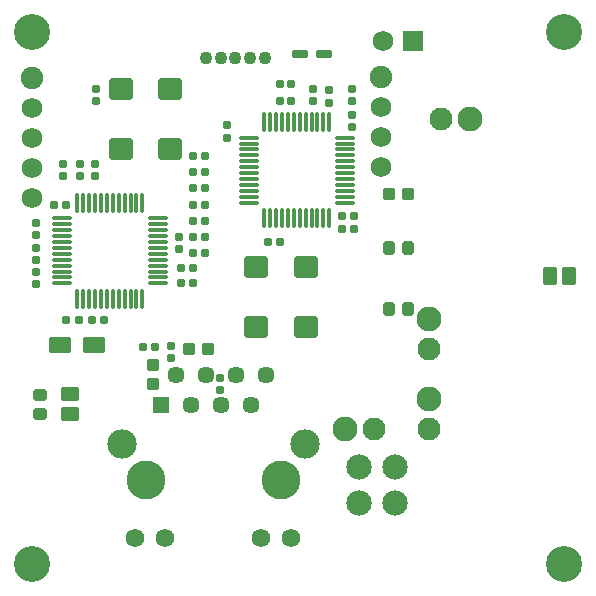
<source format=gbs>
G04*
G04 #@! TF.GenerationSoftware,Altium Limited,Altium Designer,22.7.1 (60)*
G04*
G04 Layer_Color=16711935*
%FSLAX43Y43*%
%MOMM*%
G71*
G04*
G04 #@! TF.SameCoordinates,954B6AC0-D961-4D12-9847-DB1D38B5DF19*
G04*
G04*
G04 #@! TF.FilePolarity,Negative*
G04*
G01*
G75*
G04:AMPARAMS|DCode=18|XSize=0.66mm|YSize=0.65mm|CornerRadius=0.1mm|HoleSize=0mm|Usage=FLASHONLY|Rotation=0.000|XOffset=0mm|YOffset=0mm|HoleType=Round|Shape=RoundedRectangle|*
%AMROUNDEDRECTD18*
21,1,0.660,0.450,0,0,0.0*
21,1,0.460,0.650,0,0,0.0*
1,1,0.200,0.230,-0.225*
1,1,0.200,-0.230,-0.225*
1,1,0.200,-0.230,0.225*
1,1,0.200,0.230,0.225*
%
%ADD18ROUNDEDRECTD18*%
G04:AMPARAMS|DCode=19|XSize=0.64mm|YSize=0.65mm|CornerRadius=0.099mm|HoleSize=0mm|Usage=FLASHONLY|Rotation=90.000|XOffset=0mm|YOffset=0mm|HoleType=Round|Shape=RoundedRectangle|*
%AMROUNDEDRECTD19*
21,1,0.640,0.453,0,0,90.0*
21,1,0.443,0.650,0,0,90.0*
1,1,0.198,0.226,0.221*
1,1,0.198,0.226,-0.221*
1,1,0.198,-0.226,-0.221*
1,1,0.198,-0.226,0.221*
%
%ADD19ROUNDEDRECTD19*%
G04:AMPARAMS|DCode=20|XSize=0.66mm|YSize=0.65mm|CornerRadius=0.1mm|HoleSize=0mm|Usage=FLASHONLY|Rotation=90.000|XOffset=0mm|YOffset=0mm|HoleType=Round|Shape=RoundedRectangle|*
%AMROUNDEDRECTD20*
21,1,0.660,0.450,0,0,90.0*
21,1,0.460,0.650,0,0,90.0*
1,1,0.200,0.225,0.230*
1,1,0.200,0.225,-0.230*
1,1,0.200,-0.225,-0.230*
1,1,0.200,-0.225,0.230*
%
%ADD20ROUNDEDRECTD20*%
G04:AMPARAMS|DCode=21|XSize=0.99mm|YSize=1.08mm|CornerRadius=0.142mm|HoleSize=0mm|Usage=FLASHONLY|Rotation=180.000|XOffset=0mm|YOffset=0mm|HoleType=Round|Shape=RoundedRectangle|*
%AMROUNDEDRECTD21*
21,1,0.990,0.795,0,0,180.0*
21,1,0.705,1.080,0,0,180.0*
1,1,0.285,-0.353,0.398*
1,1,0.285,0.353,0.398*
1,1,0.285,0.353,-0.398*
1,1,0.285,-0.353,-0.398*
%
%ADD21ROUNDEDRECTD21*%
G04:AMPARAMS|DCode=23|XSize=0.64mm|YSize=0.65mm|CornerRadius=0.099mm|HoleSize=0mm|Usage=FLASHONLY|Rotation=180.000|XOffset=0mm|YOffset=0mm|HoleType=Round|Shape=RoundedRectangle|*
%AMROUNDEDRECTD23*
21,1,0.640,0.453,0,0,180.0*
21,1,0.443,0.650,0,0,180.0*
1,1,0.198,-0.221,0.226*
1,1,0.198,0.221,0.226*
1,1,0.198,0.221,-0.226*
1,1,0.198,-0.221,-0.226*
%
%ADD23ROUNDEDRECTD23*%
G04:AMPARAMS|DCode=24|XSize=1.41mm|YSize=1.86mm|CornerRadius=0.195mm|HoleSize=0mm|Usage=FLASHONLY|Rotation=90.000|XOffset=0mm|YOffset=0mm|HoleType=Round|Shape=RoundedRectangle|*
%AMROUNDEDRECTD24*
21,1,1.410,1.470,0,0,90.0*
21,1,1.020,1.860,0,0,90.0*
1,1,0.390,0.735,0.510*
1,1,0.390,0.735,-0.510*
1,1,0.390,-0.735,-0.510*
1,1,0.390,-0.735,0.510*
%
%ADD24ROUNDEDRECTD24*%
G04:AMPARAMS|DCode=27|XSize=0.99mm|YSize=1.08mm|CornerRadius=0.142mm|HoleSize=0mm|Usage=FLASHONLY|Rotation=90.000|XOffset=0mm|YOffset=0mm|HoleType=Round|Shape=RoundedRectangle|*
%AMROUNDEDRECTD27*
21,1,0.990,0.795,0,0,90.0*
21,1,0.705,1.080,0,0,90.0*
1,1,0.285,0.398,0.353*
1,1,0.285,0.398,-0.353*
1,1,0.285,-0.398,-0.353*
1,1,0.285,-0.398,0.353*
%
%ADD27ROUNDEDRECTD27*%
G04:AMPARAMS|DCode=28|XSize=0.97mm|YSize=1.13mm|CornerRadius=0.14mm|HoleSize=0mm|Usage=FLASHONLY|Rotation=0.000|XOffset=0mm|YOffset=0mm|HoleType=Round|Shape=RoundedRectangle|*
%AMROUNDEDRECTD28*
21,1,0.970,0.850,0,0,0.0*
21,1,0.690,1.130,0,0,0.0*
1,1,0.280,0.345,-0.425*
1,1,0.280,-0.345,-0.425*
1,1,0.280,-0.345,0.425*
1,1,0.280,0.345,0.425*
%
%ADD28ROUNDEDRECTD28*%
G04:AMPARAMS|DCode=32|XSize=0.97mm|YSize=1.13mm|CornerRadius=0.14mm|HoleSize=0mm|Usage=FLASHONLY|Rotation=270.000|XOffset=0mm|YOffset=0mm|HoleType=Round|Shape=RoundedRectangle|*
%AMROUNDEDRECTD32*
21,1,0.970,0.850,0,0,270.0*
21,1,0.690,1.130,0,0,270.0*
1,1,0.280,-0.425,-0.345*
1,1,0.280,-0.425,0.345*
1,1,0.280,0.425,0.345*
1,1,0.280,0.425,-0.345*
%
%ADD32ROUNDEDRECTD32*%
G04:AMPARAMS|DCode=33|XSize=1.31mm|YSize=0.63mm|CornerRadius=0.098mm|HoleSize=0mm|Usage=FLASHONLY|Rotation=180.000|XOffset=0mm|YOffset=0mm|HoleType=Round|Shape=RoundedRectangle|*
%AMROUNDEDRECTD33*
21,1,1.310,0.435,0,0,180.0*
21,1,1.115,0.630,0,0,180.0*
1,1,0.195,-0.558,0.217*
1,1,0.195,0.558,0.217*
1,1,0.195,0.558,-0.217*
1,1,0.195,-0.558,-0.217*
%
%ADD33ROUNDEDRECTD33*%
G04:AMPARAMS|DCode=34|XSize=1.26mm|YSize=1.51mm|CornerRadius=0.176mm|HoleSize=0mm|Usage=FLASHONLY|Rotation=270.000|XOffset=0mm|YOffset=0mm|HoleType=Round|Shape=RoundedRectangle|*
%AMROUNDEDRECTD34*
21,1,1.260,1.158,0,0,270.0*
21,1,0.907,1.510,0,0,270.0*
1,1,0.353,-0.579,-0.454*
1,1,0.353,-0.579,0.454*
1,1,0.353,0.579,0.454*
1,1,0.353,0.579,-0.454*
%
%ADD34ROUNDEDRECTD34*%
G04:AMPARAMS|DCode=39|XSize=1.26mm|YSize=1.51mm|CornerRadius=0.176mm|HoleSize=0mm|Usage=FLASHONLY|Rotation=0.000|XOffset=0mm|YOffset=0mm|HoleType=Round|Shape=RoundedRectangle|*
%AMROUNDEDRECTD39*
21,1,1.260,1.158,0,0,0.0*
21,1,0.907,1.510,0,0,0.0*
1,1,0.353,0.454,-0.579*
1,1,0.353,-0.454,-0.579*
1,1,0.353,-0.454,0.579*
1,1,0.353,0.454,0.579*
%
%ADD39ROUNDEDRECTD39*%
%ADD40C,1.950*%
%ADD41C,2.103*%
%ADD42C,1.750*%
%ADD43R,1.750X1.750*%
%ADD44C,1.100*%
%ADD45R,1.448X1.448*%
%ADD46C,1.448*%
%ADD47C,1.580*%
%ADD48C,2.495*%
%ADD49C,3.300*%
%ADD50C,2.150*%
%ADD51C,0.050*%
%ADD52C,3.050*%
%ADD53C,1.903*%
G04:AMPARAMS|DCode=98|XSize=1.85mm|YSize=2.05mm|CornerRadius=0.25mm|HoleSize=0mm|Usage=FLASHONLY|Rotation=270.000|XOffset=0mm|YOffset=0mm|HoleType=Round|Shape=RoundedRectangle|*
%AMROUNDEDRECTD98*
21,1,1.850,1.550,0,0,270.0*
21,1,1.350,2.050,0,0,270.0*
1,1,0.500,-0.775,-0.675*
1,1,0.500,-0.775,0.675*
1,1,0.500,0.775,0.675*
1,1,0.500,0.775,-0.675*
%
%ADD98ROUNDEDRECTD98*%
%ADD99O,1.850X0.300*%
%ADD100O,0.300X1.850*%
D18*
X12930Y20925D02*
D03*
X17200Y32942D02*
D03*
X16200D02*
D03*
X17200Y35692D02*
D03*
X16200D02*
D03*
X17200Y34342D02*
D03*
X16200D02*
D03*
X17200Y31542D02*
D03*
X16200D02*
D03*
X11930Y20925D02*
D03*
X24499Y41775D02*
D03*
X23499D02*
D03*
X24499Y43134D02*
D03*
X23499D02*
D03*
X17200Y37042D02*
D03*
X16200D02*
D03*
X17175Y30192D02*
D03*
X16175D02*
D03*
X17200Y28850D02*
D03*
X16200D02*
D03*
X4375Y32951D02*
D03*
X5375Y32951D02*
D03*
X16125Y26350D02*
D03*
X15125D02*
D03*
X16125Y27600D02*
D03*
X15125Y27600D02*
D03*
D19*
X18475Y18305D02*
D03*
Y17280D02*
D03*
X7870Y35400D02*
D03*
Y36425D02*
D03*
X2875Y30392D02*
D03*
X2875Y31417D02*
D03*
X2875Y28292D02*
D03*
X2875Y29317D02*
D03*
X2875Y27242D02*
D03*
Y26217D02*
D03*
X19043Y38634D02*
D03*
Y39659D02*
D03*
X7975Y42762D02*
D03*
X7975Y41737D02*
D03*
X27699Y41600D02*
D03*
X27699Y42625D02*
D03*
D20*
X14308Y20950D02*
D03*
X5175Y35412D02*
D03*
Y36412D02*
D03*
X6575Y35412D02*
D03*
Y36412D02*
D03*
X14308Y19950D02*
D03*
X26360Y41745D02*
D03*
Y42745D02*
D03*
X29610Y41745D02*
D03*
Y42745D02*
D03*
X29610Y39525D02*
D03*
Y40525D02*
D03*
X14939Y30217D02*
D03*
X14939Y29217D02*
D03*
D21*
X32787Y33842D02*
D03*
X34388Y33842D02*
D03*
X17425Y20750D02*
D03*
X15825Y20750D02*
D03*
D23*
X28805Y30934D02*
D03*
X29830Y30934D02*
D03*
X28805Y31975D02*
D03*
X29830Y31975D02*
D03*
X6475Y23200D02*
D03*
X5450Y23200D02*
D03*
X8600D02*
D03*
X7575Y23200D02*
D03*
X23525Y29818D02*
D03*
X22500Y29818D02*
D03*
D24*
X7753Y21075D02*
D03*
X4903D02*
D03*
D27*
X12755Y17800D02*
D03*
X12755Y19400D02*
D03*
D28*
X32787Y24100D02*
D03*
X34387Y24100D02*
D03*
X32787Y29300D02*
D03*
X34387Y29300D02*
D03*
D32*
X3180Y15250D02*
D03*
X3180Y16850D02*
D03*
D33*
X25220Y45731D02*
D03*
X27280Y45731D02*
D03*
D34*
X5720Y15205D02*
D03*
X5720Y16895D02*
D03*
D39*
X48039Y26900D02*
D03*
X46349Y26900D02*
D03*
D40*
X36177Y14000D02*
D03*
X31500D02*
D03*
X36177Y20750D02*
D03*
X37127Y40215D02*
D03*
D41*
X36177Y16500D02*
D03*
X29000Y14000D02*
D03*
X36177Y23250D02*
D03*
X39627Y40215D02*
D03*
D42*
X32250Y46800D02*
D03*
X32095Y36105D02*
D03*
Y38645D02*
D03*
Y41185D02*
D03*
X2555Y41175D02*
D03*
Y38635D02*
D03*
Y36095D02*
D03*
Y33555D02*
D03*
D43*
X34790Y46800D02*
D03*
D44*
X19750Y45344D02*
D03*
X22250D02*
D03*
X21000D02*
D03*
X17250D02*
D03*
X18500D02*
D03*
D45*
X13415Y15970D02*
D03*
D46*
X14685Y18510D02*
D03*
X15955Y15970D02*
D03*
X17225Y18510D02*
D03*
X18495Y15970D02*
D03*
X19765Y18510D02*
D03*
X21035Y15970D02*
D03*
X22305Y18510D02*
D03*
D47*
X11240Y4720D02*
D03*
X13780D02*
D03*
X24490D02*
D03*
X21950D02*
D03*
D48*
X10120Y12670D02*
D03*
X25610D02*
D03*
D49*
X23580Y9620D02*
D03*
X12150D02*
D03*
D50*
X30250Y10720D02*
D03*
X33250D02*
D03*
X30250Y7720D02*
D03*
X33250D02*
D03*
D51*
X31750Y3400D02*
D03*
D52*
X47550Y2550D02*
D03*
X2550D02*
D03*
X47550Y47550D02*
D03*
X2550D02*
D03*
D53*
X32095Y43725D02*
D03*
X2555Y43715D02*
D03*
D98*
X25699Y27640D02*
D03*
X21499Y27640D02*
D03*
X21499Y22560D02*
D03*
X25699Y22560D02*
D03*
X10039Y42762D02*
D03*
X14239Y42762D02*
D03*
X14239Y37682D02*
D03*
X10039Y37682D02*
D03*
D99*
X13175Y26292D02*
D03*
Y26792D02*
D03*
Y27292D02*
D03*
Y27792D02*
D03*
Y28292D02*
D03*
Y28792D02*
D03*
Y29292D02*
D03*
Y29792D02*
D03*
Y30292D02*
D03*
Y30792D02*
D03*
Y31292D02*
D03*
Y31792D02*
D03*
X5075D02*
D03*
Y31292D02*
D03*
Y30792D02*
D03*
Y30292D02*
D03*
Y29792D02*
D03*
Y29292D02*
D03*
Y28792D02*
D03*
Y28292D02*
D03*
Y27792D02*
D03*
Y27292D02*
D03*
Y26792D02*
D03*
Y26292D02*
D03*
X28999Y33134D02*
D03*
Y33634D02*
D03*
X28999Y34134D02*
D03*
X28999Y34634D02*
D03*
X28999Y35134D02*
D03*
Y35634D02*
D03*
X28999Y36134D02*
D03*
X28999Y36634D02*
D03*
X28999Y37134D02*
D03*
X28999Y37634D02*
D03*
X28999Y38134D02*
D03*
X28999Y38634D02*
D03*
X20899D02*
D03*
X20899Y38134D02*
D03*
X20899Y37634D02*
D03*
X20899Y37134D02*
D03*
X20899Y36634D02*
D03*
X20899Y36134D02*
D03*
X20899Y35634D02*
D03*
X20899Y35134D02*
D03*
X20899Y34634D02*
D03*
X20899Y34134D02*
D03*
Y33634D02*
D03*
X20899Y33134D02*
D03*
D100*
X11875Y33092D02*
D03*
X11375D02*
D03*
X10875D02*
D03*
X10375D02*
D03*
X9875D02*
D03*
X9375D02*
D03*
X8875D02*
D03*
X8375D02*
D03*
X7875D02*
D03*
X7375D02*
D03*
X6875D02*
D03*
X6375D02*
D03*
Y24992D02*
D03*
X6875D02*
D03*
X7375D02*
D03*
X7875D02*
D03*
X8375D02*
D03*
X8875D02*
D03*
X9375D02*
D03*
X9875D02*
D03*
X10375D02*
D03*
X10875D02*
D03*
X11375D02*
D03*
X11875D02*
D03*
X27699Y39934D02*
D03*
X27199D02*
D03*
X26699D02*
D03*
X26199Y39934D02*
D03*
X25699Y39934D02*
D03*
X25199Y39934D02*
D03*
X24699D02*
D03*
X24199Y39934D02*
D03*
X23699Y39934D02*
D03*
X23199Y39934D02*
D03*
X22699D02*
D03*
X22199Y39934D02*
D03*
Y31834D02*
D03*
X22699Y31834D02*
D03*
X23199Y31834D02*
D03*
X23699Y31834D02*
D03*
X24199Y31834D02*
D03*
X24699Y31834D02*
D03*
X25199Y31834D02*
D03*
X25699Y31834D02*
D03*
X26199Y31834D02*
D03*
X26699Y31834D02*
D03*
X27199Y31834D02*
D03*
X27699Y31834D02*
D03*
M02*

</source>
